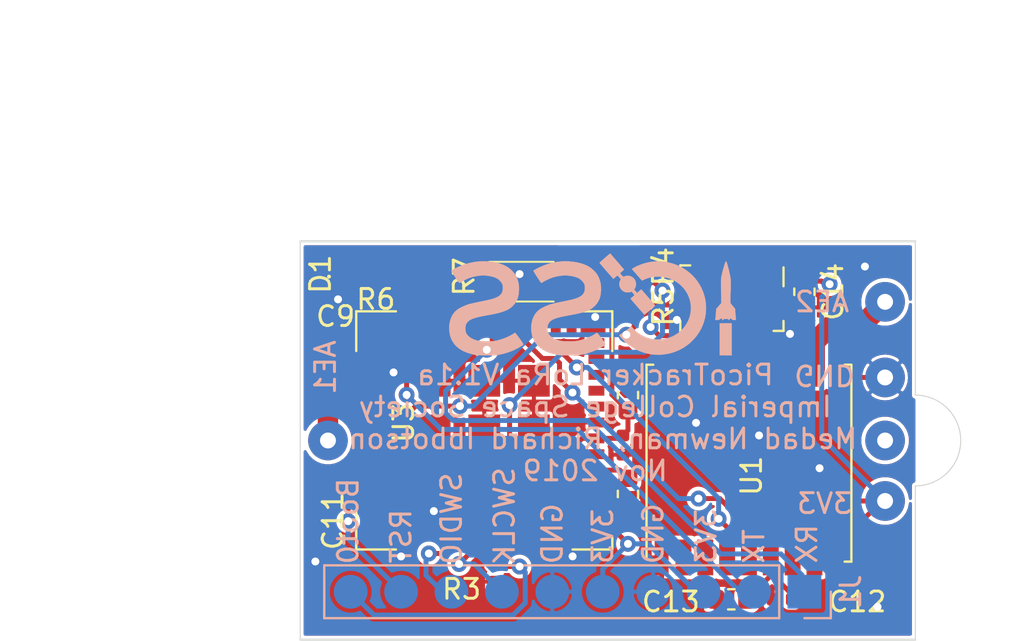
<source format=kicad_pcb>
(kicad_pcb (version 20171130) (host pcbnew "(5.1.2)-1")
  (title_block (title "PCB for Lora Pico Tracker") (date 2019-10-21) (company "Imperial College Space Society") (comment 1 "Richard Ibbotson, Medad Newman"))
  (layers (0 F.Cu signal) (31 B.Cu signal) (34 B.Paste user hide) (35 F.Paste user hide) (36 B.SilkS user) (37 F.SilkS user hide) (38 B.Mask user hide) (39 F.Mask user hide) (44 Edge.Cuts user))
  (net 0 "")
  (net 1 GND)
  (net 2 +3V3)
  (net 3 "Net-(C9-Pad1)")
  (net 4 /I2C1_SDA)
  (net 5 /I2C1_SCL)
  (net 6 "Net-(AE2-Pad1)")
  (net 7 /SWDIO)
  (net 8 /RESET)
  (net 9 /SWCLK)
  (net 10 /GPS_TIMEPULSE)
  (net 11 /GPS_EXTINT)
  (net 12 "Net-(AE1-Pad1)")
  (net 13 /V_SOLAR)
  (net 14 "Net-(D1-Pad2)")
  (net 15 /LED)
  (net 16 /SWITCH)
  (net 17 /TCXO_EN)
  (net 18 /BOOT0)
  (net 19 /USART1_RX)
  (net 20 /USART1_TX)
  (module pico_tracker:10Pad (layer B.Cu) (at 292.1 177.673 90)
    (fp_text reference J1 (at 0 2.33 270) (layer B.SilkS) (effects (justify mirror)))
    (fp_text value Conn_01x09)
    (pad 10 smd oval (at 0 -22.86 90) (size 1.7 1.7) (layers B.Cu B.Paste B.Mask) (net 18 /BOOT0))
    (pad 9 smd oval (at 0 -20.32 90) (size 1.7 1.7) (layers B.Cu B.Paste B.Mask) (net 8 /RESET))
    (pad 8 smd oval (at 0 -17.78 90) (size 1.7 1.7) (layers B.Cu B.Paste B.Mask) (net 7 /SWDIO))
    (pad 7 smd oval (at 0 -15.24 90) (size 1.7 1.7) (layers B.Cu B.Paste B.Mask) (net 9 /SWCLK))
    (pad 6 smd oval (at 0 -12.7 90) (size 1.7 1.7) (layers B.Cu B.Paste B.Mask) (net 1 GND))
    (pad 5 smd oval (at 0 -10.16 90) (size 1.7 1.7) (layers B.Cu B.Paste B.Mask) (net 2 +3V3))
    (pad 4 smd oval (at 0 -7.62 90) (size 1.7 1.7) (layers B.Cu B.Paste B.Mask) (net 1 GND))
    (pad 3 smd oval (at 0 -5.08 90) (size 1.7 1.7) (layers B.Cu B.Paste B.Mask) (net 2 +3V3))
    (pad 2 smd oval (at 0 -2.54 90) (size 1.7 1.7) (layers B.Cu B.Paste B.Mask) (net 20 /USART1_TX))
    (pad 1 smd rect (at 0 0 90) (size 1.7 1.7) (layers B.Cu B.Paste B.Mask) (net 19 /USART1_RX))
  )
  (module flight-computer:SolderWirePad_1x01_Drill0.8mm (layer F.Cu) (at 298.704 170.053)
    (fp_text reference StringHole1 hide)
    (fp_text value Unconnected)
    (pad "" np_thru_hole circle (at 0 0) (size 0.8 0.8) (drill 0.8) (layers *.Cu *.Mask))
  )
  (module RF_GPS:ublox_MAX (layer F.Cu) (at 289.306 171.196 90)
    (fp_text reference U1 (at -0.635 0.127 90) (layer F.SilkS))
    (fp_text value MAX-M8C)
    (pad 1 smd rect (at -4.75 -4.4 90) (size 1.8 0.7) (layers F.Cu F.Paste F.Mask) (net 1 GND))
    (pad 2 smd rect (at -4.75 -3.3 90) (size 1.8 0.8) (layers F.Cu F.Paste F.Mask))
    (pad 3 smd rect (at -4.75 -2.2 90) (size 1.8 0.8) (layers F.Cu F.Paste F.Mask))
    (pad 4 smd rect (at -4.75 -1.1 90) (size 1.8 0.8) (layers F.Cu F.Paste F.Mask) (net 10 /GPS_TIMEPULSE))
    (pad 5 smd rect (at -4.75 0 90) (size 1.8 0.8) (layers F.Cu F.Paste F.Mask) (net 11 /GPS_EXTINT))
    (pad 6 smd rect (at -4.75 1.1 90) (size 1.8 0.8) (layers F.Cu F.Paste F.Mask) (net 2 +3V3))
    (pad 7 smd rect (at -4.75 2.2 90) (size 1.8 0.8) (layers F.Cu F.Paste F.Mask) (net 2 +3V3))
    (pad 8 smd rect (at -4.75 3.3 90) (size 1.8 0.8) (layers F.Cu F.Paste F.Mask) (net 2 +3V3))
    (pad 9 smd rect (at -4.75 4.4 90) (size 1.8 0.7) (layers F.Cu F.Paste F.Mask) (net 2 +3V3))
    (pad 10 smd rect (at 4.75 4.4 90) (size 1.8 0.7) (layers F.Cu F.Paste F.Mask) (net 1 GND))
    (pad 11 smd rect (at 4.75 3.3 90) (size 1.8 0.8) (layers F.Cu F.Paste F.Mask) (net 6 "Net-(AE2-Pad1)"))
    (pad 12 smd rect (at 4.75 2.2 90) (size 1.8 0.8) (layers F.Cu F.Paste F.Mask) (net 1 GND))
    (pad 13 smd rect (at 4.75 1.1 90) (size 1.8 0.8) (layers F.Cu F.Paste F.Mask) (net 1 GND))
    (pad 14 smd rect (at 4.75 0 90) (size 1.8 0.8) (layers F.Cu F.Paste F.Mask))
    (pad 15 smd rect (at 4.75 -1.1 90) (size 1.8 0.8) (layers F.Cu F.Paste F.Mask))
    (pad 16 smd rect (at 4.75 -2.2 90) (size 1.8 0.8) (layers F.Cu F.Paste F.Mask) (net 4 /I2C1_SDA))
    (pad 17 smd rect (at 4.75 -3.3 90) (size 1.8 0.8) (layers F.Cu F.Paste F.Mask) (net 5 /I2C1_SCL))
    (pad 18 smd rect (at 4.75 -4.4 90) (size 1.8 0.7) (layers F.Cu F.Paste F.Mask))
  )
  (module Connector_Wire:SolderWirePad_1x01_Drill0.8mm (layer F.Cu) (at 296.164 170.053 90)
    (fp_text reference SolarCellMount1 hide)
    (fp_text value Unconnected)
    (pad 1 thru_hole circle (at 0 0 90) (size 1.99898 1.99898) (drill 0.8001) (layers *.Cu *.Mask))
  )
  (module Connector_Wire:SolderWirePad_1x01_Drill0.8mm (layer F.Cu) (at 296.164 173.101 270)
    (fp_text reference J3 hide)
    (fp_text value 3.3V)
    (pad 1 thru_hole circle (at 0 0 270) (size 1.99898 1.99898) (drill 0.8001) (layers *.Cu *.Mask) (net 2 +3V3))
  )
  (module Connector_Wire:SolderWirePad_1x01_Drill0.8mm (layer F.Cu) (at 296.164 166.878 270)
    (fp_text reference J2 hide)
    (fp_text value GND)
    (pad 1 thru_hole circle (at 0 0 270) (size 1.99898 1.99898) (drill 0.8001) (layers *.Cu *.Mask) (net 1 GND))
  )
  (module Capacitor_SMD:C_0603_1608Metric (layer F.Cu) (at 288.417 178.054 180)
    (fp_text reference C13 (at 3.048 -0.127) (layer F.SilkS))
    (fp_text value 10uF)
    (pad 1 smd roundrect (at -0.7875 0 180) (size 0.875 0.95) (layers F.Cu F.Paste F.Mask) (net 2 +3V3))
    (pad 2 smd roundrect (at 0.7875 0 180) (size 0.875 0.95) (layers F.Cu F.Paste F.Mask) (net 1 GND))
  )
  (module Capacitor_SMD:C_0603_1608Metric (layer F.Cu) (at 292.1 162.56 270)
    (fp_text reference C14 (at 0 -1.43 90) (layer F.SilkS))
    (fp_text value 220nF)
    (pad 1 smd roundrect (at -0.7875 0 270) (size 0.875 0.95) (layers F.Cu F.Paste F.Mask) (net 2 +3V3))
    (pad 2 smd roundrect (at 0.7875 0 270) (size 0.875 0.95) (layers F.Cu F.Paste F.Mask) (net 1 GND))
  )
  (module Capacitor_SMD:C_0402_1005Metric (layer F.Cu) (at 290.98 178.054 180)
    (fp_text reference C12 (at -3.787 -0.127 180) (layer F.SilkS))
    (fp_text value 100nF)
    (pad 2 smd roundrect (at 0.485 0 180) (size 0.59 0.64) (layers F.Cu F.Paste F.Mask) (net 1 GND))
    (pad 1 smd roundrect (at -0.485 0 180) (size 0.59 0.64) (layers F.Cu F.Paste F.Mask) (net 2 +3V3))
  )
  (module Connector_Wire:SolderWirePad_1x01_Drill0.8mm (layer F.Cu) (at 296.164 163.068 90)
    (fp_text reference AE2 (at 0 -3.175) (layer B.SilkS) (effects (justify mirror)))
    (fp_text value "GPS Antenna")
    (pad 1 thru_hole circle (at 0 0 90) (size 1.99898 1.99898) (drill 0.8001) (layers *.Cu *.Mask) (net 6 "Net-(AE2-Pad1)"))
  )
  (module Package_LGA:LGA-8_3x5mm_P1.25mm (layer F.Cu) (at 288.447 162.882 270)
    (fp_text reference U6 hide)
    (fp_text value MS5607-02BA)
    (pad 4 smd rect (at -1.075 1.875 270) (size 0.95 0.55) (layers F.Cu F.Paste F.Mask) (net 1 GND))
    (pad 1 smd rect (at -1.075 -1.875 270) (size 0.95 0.55) (layers F.Cu F.Paste F.Mask) (net 2 +3V3))
    (pad 2 smd rect (at -1.075 -0.625 270) (size 0.95 0.55) (layers F.Cu F.Paste F.Mask) (net 2 +3V3))
    (pad 3 smd rect (at -1.075 0.625 270) (size 0.95 0.55) (layers F.Cu F.Paste F.Mask) (net 1 GND))
    (pad 8 smd rect (at 1.075 -1.875 270) (size 0.95 0.55) (layers F.Cu F.Paste F.Mask) (net 5 /I2C1_SCL))
    (pad 7 smd rect (at 1.075 -0.625 270) (size 0.95 0.55) (layers F.Cu F.Paste F.Mask) (net 4 /I2C1_SDA))
    (pad 6 smd rect (at 1.075 0.625 270) (size 0.95 0.55) (layers F.Cu F.Paste F.Mask))
    (pad 5 smd rect (at 1.075 1.875 270) (size 0.95 0.55) (layers F.Cu F.Paste F.Mask) (net 1 GND))
  )
  (module Capacitor_SMD:C_0603_1608Metric (layer F.Cu) (at 283.21 172.7455 270)
    (fp_text reference C10 hide)
    (fp_text value 10uF)
    (pad 2 smd roundrect (at 0.7875 0 270) (size 0.875 0.95) (layers F.Cu F.Paste F.Mask) (net 1 GND))
    (pad 1 smd roundrect (at -0.7875 0 270) (size 0.875 0.95) (layers F.Cu F.Paste F.Mask) (net 2 +3V3))
  )
  (module Capacitor_SMD:C_0603_1608Metric (layer F.Cu) (at 283.21 167.767 90)
    (fp_text reference C7 hide)
    (fp_text value 1uF)
    (pad 2 smd roundrect (at 0.7875 0 90) (size 0.875 0.95) (layers F.Cu F.Paste F.Mask) (net 1 GND))
    (pad 1 smd roundrect (at -0.7875 0 90) (size 0.875 0.95) (layers F.Cu F.Paste F.Mask) (net 2 +3V3))
  )
  (module Capacitor_SMD:C_0402_1005Metric (layer F.Cu) (at 282.956 170.284 270)
    (fp_text reference C5 hide)
    (fp_text value 100nF)
    (pad 2 smd roundrect (at 0.485 0 270) (size 0.59 0.64) (layers F.Cu F.Paste F.Mask) (net 1 GND))
    (pad 1 smd roundrect (at -0.485 0 270) (size 0.59 0.64) (layers F.Cu F.Paste F.Mask) (net 2 +3V3))
  )
  (module LED_SMD:LED_0402_1005Metric (layer F.Cu) (at 269.24 161.798)
    (fp_text reference D1 (at -1.524 -0.127 90) (layer F.SilkS))
    (fp_text value LED)
    (pad 2 smd roundrect (at 0.485 0) (size 0.59 0.64) (layers F.Cu F.Paste F.Mask) (net 14 "Net-(D1-Pad2)"))
    (pad 1 smd roundrect (at -0.485 0) (size 0.59 0.64) (layers F.Cu F.Paste F.Mask) (net 1 GND))
  )
  (module Resistor_SMD:R_0402_1005Metric (layer F.Cu) (at 271.272 161.798)
    (fp_text reference R6 (at -0.762 1.143) (layer F.SilkS))
    (fp_text value R)
    (pad 2 smd roundrect (at 0.485 0) (size 0.59 0.64) (layers F.Cu F.Paste F.Mask) (net 15 /LED))
    (pad 1 smd roundrect (at -0.485 0) (size 0.59 0.64) (layers F.Cu F.Paste F.Mask) (net 14 "Net-(D1-Pad2)"))
  )
  (module Capacitor_SMD:C_0402_1005Metric (layer F.Cu) (at 268.478 172.339 180)
    (fp_text reference C1 hide)
    (fp_text value 100nF)
    (pad 2 smd roundrect (at 0.485 0 180) (size 0.59 0.64) (layers F.Cu F.Paste F.Mask) (net 1 GND))
    (pad 1 smd roundrect (at -0.485 0 180) (size 0.59 0.64) (layers F.Cu F.Paste F.Mask) (net 8 /RESET))
  )
  (module Capacitor_SMD:C_0402_1005Metric (layer F.Cu) (at 268.478 164.973)
    (fp_text reference C9 (at 0 -1.17) (layer F.SilkS))
    (fp_text value NF)
    (pad 1 smd roundrect (at -0.485 0) (size 0.59 0.64) (layers F.Cu F.Paste F.Mask) (net 3 "Net-(C9-Pad1)"))
    (pad 2 smd roundrect (at 0.485 0) (size 0.59 0.64) (layers F.Cu F.Paste F.Mask) (net 1 GND))
  )
  (module flight-computer:ICSS_Logo (layer B.Cu) (at 281.432 163.195 180)
    (fp_text reference J4 hide)
    (fp_text value "ICSS Logo" hide)
  )
  (module Connector_Wire:SolderWirePad_1x01_Drill0.8mm (layer F.Cu) (at 266.319 169.164)
    (fp_text reference AE1 (at 1.651 -2.794 90) (layer B.SilkS) (effects (justify mirror)))
    (fp_text value "Lora Antenna")
    (pad 1 thru_hole circle (at 1.778 0.889) (size 1.99898 1.99898) (drill 0.8001) (layers *.Cu *.Mask) (net 12 "Net-(AE1-Pad1)"))
  )
  (module flight-computer:EVPAWCD4A (layer F.Cu) (at 277.368 162.052 180)
    (fp_text reference SW1 hide)
    (fp_text value SW_Push hide)
    (pad 2 smd rect (at -2.1 0 180) (size 0.55 1.5) (layers F.Cu F.Paste F.Mask) (net 2 +3V3))
    (pad 1 smd rect (at 1.15 0 180) (size 0.55 1.5) (layers F.Cu F.Paste F.Mask) (net 16 /SWITCH))
  )
  (module Resistor_SMD:R_0402_1005Metric (layer F.Cu) (at 273.304 161.798 180)
    (fp_text reference R7 (at -1.651 0 90) (layer F.SilkS))
    (fp_text value 100K)
    (pad 2 smd roundrect (at 0.485 0 180) (size 0.59 0.64) (layers F.Cu F.Paste F.Mask) (net 1 GND))
    (pad 1 smd roundrect (at -0.485 0 180) (size 0.59 0.64) (layers F.Cu F.Paste F.Mask) (net 16 /SWITCH))
  )
  (module RF_Module:CMWX1ZZABZ (layer F.Cu) (at 275.971 169.545 180)
    (fp_text reference U3 (at 4.064 0.381 90) (layer F.SilkS))
    (fp_text value CMWX1ZZABZ-078)
    (pad 38 smd rect (at 3.6 -5.2 270) (size 0.8 0.5) (layers F.Cu F.Paste F.Mask))
    (pad 26 smd rect (at 5.65 3.6 180) (size 0.8 0.5) (layers F.Cu F.Paste F.Mask) (net 3 "Net-(C9-Pad1)"))
    (pad 25 smd rect (at 5.65 4.4 180) (size 0.8 0.5) (layers F.Cu F.Paste F.Mask) (net 1 GND))
    (pad 24 smd rect (at 4.4 5.2 90) (size 0.8 0.5) (layers F.Cu F.Paste F.Mask) (net 15 /LED))
    (pad 23 smd rect (at 3.6 5.2 90) (size 0.8 0.5) (layers F.Cu F.Paste F.Mask) (net 16 /SWITCH))
    (pad 22 smd rect (at 2.8 5.2 90) (size 0.8 0.5) (layers F.Cu F.Paste F.Mask))
    (pad 21 smd rect (at 2 5.2 90) (size 0.8 0.5) (layers F.Cu F.Paste F.Mask) (net 13 /V_SOLAR))
    (pad 20 smd rect (at 1.2 5.2 90) (size 0.8 0.5) (layers F.Cu F.Paste F.Mask))
    (pad 19 smd rect (at 0.4 5.2 270) (size 0.8 0.5) (layers F.Cu F.Paste F.Mask) (net 20 /USART1_TX))
    (pad 18 smd rect (at -0.4 5.2 270) (size 0.8 0.5) (layers F.Cu F.Paste F.Mask) (net 19 /USART1_RX))
    (pad 17 smd rect (at -1.2 5.2 270) (size 0.8 0.5) (layers F.Cu F.Paste F.Mask))
    (pad 16 smd rect (at -2 5.2 270) (size 0.8 0.5) (layers F.Cu F.Paste F.Mask) (net 11 /GPS_EXTINT))
    (pad 15 smd rect (at -2.8 5.2 270) (size 0.8 0.5) (layers F.Cu F.Paste F.Mask) (net 10 /GPS_TIMEPULSE))
    (pad 14 smd rect (at -3.6 5.2 270) (size 0.8 0.5) (layers F.Cu F.Paste F.Mask))
    (pad 13 smd rect (at -4.4 5.2 270) (size 0.8 0.5) (layers F.Cu F.Paste F.Mask))
    (pad 12 smd rect (at -5.65 4.4 180) (size 0.8 0.5) (layers F.Cu F.Paste F.Mask))
    (pad 41 smd rect (at 1.2 -5.2 270) (size 0.8 0.5) (layers F.Cu F.Paste F.Mask) (net 7 /SWDIO))
    (pad 40 smd rect (at 2 -5.2 270) (size 0.8 0.5) (layers F.Cu F.Paste F.Mask))
    (pad 39 smd rect (at 2.8 -5.2 270) (size 0.8 0.5) (layers F.Cu F.Paste F.Mask))
    (pad 37 smd rect (at 4.4 -5.2 270) (size 0.8 0.5) (layers F.Cu F.Paste F.Mask))
    (pad 36 smd rect (at 5.65 -4.4 180) (size 0.8 0.5) (layers F.Cu F.Paste F.Mask) (net 4 /I2C1_SDA))
    (pad 35 smd rect (at 5.65 -3.6 180) (size 0.8 0.5) (layers F.Cu F.Paste F.Mask) (net 5 /I2C1_SCL))
    (pad 34 smd rect (at 5.65 -2.8 180) (size 0.8 0.5) (layers F.Cu F.Paste F.Mask) (net 8 /RESET))
    (pad 33 smd rect (at 5.65 -2 180) (size 0.8 0.5) (layers F.Cu F.Paste F.Mask))
    (pad 32 smd rect (at 5.65 -1.2 180) (size 0.8 0.5) (layers F.Cu F.Paste F.Mask))
    (pad 31 smd rect (at 5.65 -0.4 180) (size 0.8 0.5) (layers F.Cu F.Paste F.Mask))
    (pad 30 smd rect (at 5.65 0.4 180) (size 0.8 0.5) (layers F.Cu F.Paste F.Mask))
    (pad 29 smd rect (at 5.65 1.2 180) (size 0.8 0.5) (layers F.Cu F.Paste F.Mask))
    (pad 28 smd rect (at 5.65 2 180) (size 0.8 0.5) (layers F.Cu F.Paste F.Mask))
    (pad 27 smd rect (at 5.65 2.8 180) (size 0.8 0.5) (layers F.Cu F.Paste F.Mask) (net 1 GND))
    (pad 11 smd rect (at -5.65 3.6 180) (size 0.8 0.5) (layers F.Cu F.Paste F.Mask))
    (pad 10 smd rect (at -5.65 2.8 180) (size 0.8 0.5) (layers F.Cu F.Paste F.Mask))
    (pad 9 smd rect (at -5.65 2 180) (size 0.8 0.5) (layers F.Cu F.Paste F.Mask))
    (pad 8 smd rect (at -5.65 1.2 180) (size 0.8 0.5) (layers F.Cu F.Paste F.Mask))
    (pad 7 smd rect (at -5.65 0.4 180) (size 0.8 0.5) (layers F.Cu F.Paste F.Mask) (net 1 GND))
    (pad 6 smd rect (at -5.65 -0.4 180) (size 0.8 0.5) (layers F.Cu F.Paste F.Mask) (net 2 +3V3))
    (pad 5 smd rect (at -5.65 -1.2 180) (size 0.8 0.5) (layers F.Cu F.Paste F.Mask) (net 2 +3V3))
    (pad 4 smd rect (at -5.65 -2 180) (size 0.8 0.5) (layers F.Cu F.Paste F.Mask) (net 2 +3V3))
    (pad 3 smd rect (at -5.65 -2.8 180) (size 0.8 0.5) (layers F.Cu F.Paste F.Mask) (net 1 GND))
    (pad 2 smd rect (at -5.65 -3.6 180) (size 0.8 0.5) (layers F.Cu F.Paste F.Mask))
    (pad 1 smd rect (at -5.65 -4.4 180) (size 0.8 0.5) (layers F.Cu F.Paste F.Mask) (net 17 /TCXO_EN))
    (pad 42 smd rect (at 0.4 -5.2 270) (size 0.8 0.5) (layers F.Cu F.Paste F.Mask) (net 9 /SWCLK))
    (pad 43 smd rect (at -0.4 -5.2 270) (size 0.8 0.5) (layers F.Cu F.Paste F.Mask) (net 18 /BOOT0))
    (pad 44 smd rect (at -1.2 -5.2 270) (size 0.8 0.5) (layers F.Cu F.Paste F.Mask) (net 1 GND))
    (pad 45 smd rect (at -2 -5.2 270) (size 0.8 0.5) (layers F.Cu F.Paste F.Mask))
    (pad 46 smd rect (at -2.8 -5.2 270) (size 0.8 0.5) (layers F.Cu F.Paste F.Mask))
    (pad 47 smd rect (at -3.6 -5.2 270) (size 0.8 0.5) (layers F.Cu F.Paste F.Mask))
    (pad 48 smd rect (at -4.4 -5.2 270) (size 0.8 0.5) (layers F.Cu F.Paste F.Mask) (net 17 /TCXO_EN))
    (pad 49 smd rect (at -2.5 -2.5 270) (size 1.6 1.6) (layers F.Cu F.Paste F.Mask) (net 1 GND))
    (pad 50 smd rect (at 0 -2.5 270) (size 1.6 1.6) (layers F.Cu F.Paste F.Mask) (net 1 GND))
    (pad 51 smd rect (at 2.5 -2.5 270) (size 1.6 1.6) (layers F.Cu F.Paste F.Mask) (net 1 GND))
    (pad 52 smd rect (at -2.5 0 270) (size 1.6 1.6) (layers F.Cu F.Paste F.Mask) (net 1 GND))
    (pad 53 smd rect (at 0 0 270) (size 1.6 1.6) (layers F.Cu F.Paste F.Mask) (net 1 GND))
    (pad 54 smd rect (at 2.5 0 270) (size 1.6 1.6) (layers F.Cu F.Paste F.Mask) (net 1 GND))
    (pad 55 smd rect (at -2.5 2.5 270) (size 1.6 1.6) (layers F.Cu F.Paste F.Mask) (net 1 GND))
    (pad 56 smd rect (at 0 2.5 270) (size 1.6 1.6) (layers F.Cu F.Paste F.Mask) (net 1 GND))
    (pad 57 smd rect (at 2.5 2.5 270) (size 1.6 1.6) (layers F.Cu F.Paste F.Mask) (net 1 GND))
  )
  (module Resistor_SMD:R_0402_1005Metric (layer F.Cu) (at 281.328 162.814)
    (fp_text reference R2 hide)
    (fp_text value 100K)
    (pad 2 smd roundrect (at 0.485 0) (size 0.59 0.64) (layers F.Cu F.Paste F.Mask) (net 1 GND))
    (pad 1 smd roundrect (at -0.485 0) (size 0.59 0.64) (layers F.Cu F.Paste F.Mask) (net 13 /V_SOLAR))
  )
  (module Resistor_SMD:R_0402_1005Metric (layer F.Cu) (at 281.305 161.163 180)
    (fp_text reference R1 hide)
    (fp_text value 100K)
    (pad 2 smd roundrect (at 0.485 0 180) (size 0.59 0.64) (layers F.Cu F.Paste F.Mask) (net 13 /V_SOLAR))
    (pad 1 smd roundrect (at -0.485 0 180) (size 0.59 0.64) (layers F.Cu F.Paste F.Mask) (net 2 +3V3))
  )
  (module Resistor_SMD:R_0402_1005Metric (layer F.Cu) (at 283.233 162.814)
    (fp_text reference R5 (at 1.755 0.508 90) (layer F.SilkS))
    (fp_text value 4.7K)
    (pad 2 smd roundrect (at 0.485 0) (size 0.59 0.64) (layers F.Cu F.Paste F.Mask) (net 5 /I2C1_SCL))
    (pad 1 smd roundrect (at -0.485 0) (size 0.59 0.64) (layers F.Cu F.Paste F.Mask) (net 2 +3V3))
  )
  (module Resistor_SMD:R_0402_1005Metric (layer F.Cu) (at 283.21 161.163 180)
    (fp_text reference R4 (at -1.778 -0.127 270) (layer F.SilkS))
    (fp_text value 4.7K)
    (pad 2 smd roundrect (at 0.485 0 180) (size 0.59 0.64) (layers F.Cu F.Paste F.Mask) (net 4 /I2C1_SDA))
    (pad 1 smd roundrect (at -0.485 0 180) (size 0.59 0.64) (layers F.Cu F.Paste F.Mask) (net 2 +3V3))
  )
  (module Capacitor_SMD:C_0402_1005Metric (layer F.Cu) (at 268.501 168.021)
    (fp_text reference C11 (at -0.15 6.096 270) (layer F.SilkS))
    (fp_text value NF)
    (pad 1 smd roundrect (at -0.485 0) (size 0.59 0.64) (layers F.Cu F.Paste F.Mask) (net 12 "Net-(AE1-Pad1)"))
    (pad 2 smd roundrect (at 0.485 0) (size 0.59 0.64) (layers F.Cu F.Paste F.Mask) (net 1 GND))
  )
  (module Capacitor_SMD:C_0402_1005Metric (layer F.Cu) (at 267.97 166.497 90)
    (fp_text reference L1 hide)
    (fp_text value NF)
    (pad 2 smd roundrect (at 0.485 0 90) (size 0.59 0.64) (layers F.Cu F.Paste F.Mask) (net 3 "Net-(C9-Pad1)"))
    (pad 1 smd roundrect (at -0.485 0 90) (size 0.59 0.64) (layers F.Cu F.Paste F.Mask) (net 12 "Net-(AE1-Pad1)"))
  )
  (module Resistor_SMD:R_0402_1005Metric (layer F.Cu) (at 276.479 176.68 270)
    (fp_text reference R3 (at 0.866 1.651 180) (layer F.SilkS))
    (fp_text value 10K)
    (pad 1 smd roundrect (at -0.485 0 270) (size 0.59 0.64) (layers F.Cu F.Paste F.Mask) (net 18 /BOOT0))
    (pad 2 smd roundrect (at 0.485 0 270) (size 0.59 0.64) (layers F.Cu F.Paste F.Mask) (net 1 GND))
  )
  (gr_text GND (at 293.116 166.751 180) (layer B.SilkS) (effects (font (size 1 1)) (justify mirror)))
  (gr_text 3V3 (at 293.116 173.228) (layer B.SilkS) (effects (font (size 1 1)) (justify mirror)))
  (gr_text "RX\n" (at 292.227 175.26 90) (layer B.SilkS) (effects (font (size 1 1)) (justify mirror)))
  (gr_text TX (at 289.56 175.387 90) (layer B.SilkS) (effects (font (size 1 1)) (justify mirror)))
  (gr_text 3V3 (at 287.147 174.879 90) (layer B.SilkS) (effects (font (size 1 1)) (justify mirror)))
  (gr_text GND (at 284.48 174.752 90) (layer B.SilkS) (effects (font (size 1 1)) (justify mirror)))
  (gr_text 3V3 (at 281.94 174.879 90) (layer B.SilkS) (effects (font (size 1 1)) (justify mirror)))
  (gr_text GND (at 279.4 174.752 90) (layer B.SilkS) (effects (font (size 1 1)) (justify mirror)))
  (gr_text SWCLK (at 276.987 173.863 90) (layer B.SilkS) (effects (font (size 1 1)) (justify mirror)))
  (gr_text SWDIO (at 274.32 173.99 90) (layer B.SilkS) (effects (font (size 1 1)) (justify mirror)))
  (gr_text RST (at 271.78 174.879 90) (layer B.SilkS) (effects (font (size 1 1)) (justify mirror)))
  (gr_text Boot0 (at 269.113 174.117 90) (layer B.SilkS) (effects (font (size 1 1)) (justify mirror)))
  (gr_text "PicoTracker LoRa V1.1a\nImperial College Space Society\nMedad Newman, Richard Ibbotson \nNov 2019" (at 281.559 169.164) (layer B.SilkS) (effects (font (size 1 1)) (justify mirror)))
  (gr_line (start 266.7 172.085) (end 266.7 166.37) (layer Edge.Cuts) (width 0.05))
  (gr_line (start 266.7 160.02) (end 266.7 166.37) (layer Edge.Cuts) (width 0.05))
  (gr_line (start 266.7 180.086) (end 266.7 172.085) (layer Edge.Cuts) (width 0.05))
  (gr_line (start 297.688 160.02) (end 297.688 167.767) (layer Edge.Cuts) (width 0.05))
  (gr_arc (start 297.688 170.053) (end 297.688 172.339) (angle -180) (layer Edge.Cuts) (width 0.05))
  (gr_line (start 297.688 180.086) (end 297.688 172.339) (layer Edge.Cuts) (width 0.05))
  (gr_line (start 297.688 180.086) (end 266.7 180.086) (layer Edge.Cuts) (width 0.1))
  (gr_line (start 266.7 160.02) (end 297.688 160.02) (layer Edge.Cuts) (width 0.1))
  (segment (start 291.372999 167.606001) (end 291.437999 167.671001) (width 0.25) (layer F.Cu) (net 1))
  (segment (start 291.437999 167.671001) (end 293.957507 167.671001) (width 0.25) (layer F.Cu) (net 1))
  (segment (start 293.957507 167.671001) (end 294.750508 166.878) (width 0.25) (layer F.Cu) (net 1))
  (segment (start 294.750508 166.878) (end 296.164 166.878) (width 0.25) (layer F.Cu) (net 1))
  (segment (start 292.1 163.6015) (end 291.372999 164.328501) (width 0.25) (layer F.Cu) (net 1))
  (segment (start 291.372999 164.328501) (end 291.372999 164.684001) (width 0.25) (layer F.Cu) (net 1))
  (segment (start 284.906 177.096) (end 284.906 175.946) (width 0.25) (layer F.Cu) (net 1))
  (segment (start 285.864 178.054) (end 284.906 177.096) (width 0.25) (layer F.Cu) (net 1))
  (segment (start 287.6295 178.054) (end 285.864 178.054) (width 0.25) (layer F.Cu) (net 1))
  (via (at 281.559 163.83) (size 0.8) (drill 0.4) (layers F.Cu B.Cu) (net 1))
  (segment (start 281.813 162.814) (end 281.813 163.576) (width 0.25) (layer F.Cu) (net 1))
  (segment (start 281.813 163.576) (end 281.559 163.83) (width 0.25) (layer F.Cu) (net 1))
  (via (at 285.673623 163.979132) (size 0.8) (drill 0.4) (layers F.Cu B.Cu) (net 1))
  (segment (start 286.572 163.957) (end 285.695755 163.957) (width 0.25) (layer F.Cu) (net 1))
  (segment (start 285.695755 163.957) (end 285.673623 163.979132) (width 0.25) (layer F.Cu) (net 1))
  (via (at 268.605 162.941) (size 0.8) (drill 0.4) (layers F.Cu B.Cu) (net 1))
  (via (at 277.749 161.671) (size 0.8) (drill 0.4) (layers F.Cu B.Cu) (net 1))
  (via (at 289.814 169.799) (size 0.8) (drill 0.4) (layers F.Cu B.Cu) (net 1))
  (segment (start 291.372999 164.684001) (end 291.372999 167.606001) (width 0.25) (layer F.Cu) (net 1))
  (via (at 291.372999 164.684001) (size 0.8) (drill 0.4) (layers F.Cu B.Cu) (net 1))
  (via (at 267.462 176.149) (size 0.8) (drill 0.4) (layers F.Cu B.Cu) (net 1))
  (via (at 295.148 161.29) (size 0.8) (drill 0.4) (layers F.Cu B.Cu) (net 1))
  (via (at 292.862 171.45) (size 0.8) (drill 0.4) (layers F.Cu B.Cu) (net 1))
  (via (at 286.639 169.164) (size 0.8) (drill 0.4) (layers F.Cu B.Cu) (net 1))
  (via (at 271.401748 166.622897) (size 0.8) (drill 0.4) (layers F.Cu B.Cu) (net 1))
  (via (at 280.42066 175.89034) (size 0.8) (drill 0.4) (layers F.Cu B.Cu) (net 1))
  (via (at 271.78 175.895) (size 0.8) (drill 0.4) (layers F.Cu B.Cu) (net 1))
  (via (at 273.431 173.609) (size 0.8) (drill 0.4) (layers F.Cu B.Cu) (net 1))
  (via (at 295.783 178.435) (size 0.8) (drill 0.4) (layers F.Cu B.Cu) (net 1))
  (segment (start 289.2017 160.782) (end 289.814 160.782) (width 0.2933) (layer F.Cu) (net 2))
  (segment (start 291.465 178.054) (end 291.465 177.8) (width 0.25) (layer F.Cu) (net 2))
  (segment (start 291.465 177.8) (end 290.406 176.741) (width 0.25) (layer F.Cu) (net 2))
  (segment (start 290.406 176.741) (end 290.406 175.946) (width 0.25) (layer F.Cu) (net 2))
  (segment (start 293.706 175.946) (end 293.706 175.396) (width 0.25) (layer F.Cu) (net 2))
  (segment (start 294.750508 173.101) (end 296.164 173.101) (width 0.25) (layer F.Cu) (net 2))
  (segment (start 292.606 174.796) (end 294.301 173.101) (width 0.25) (layer F.Cu) (net 2))
  (segment (start 294.301 173.101) (end 294.750508 173.101) (width 0.25) (layer F.Cu) (net 2))
  (segment (start 290.406 174.796) (end 292.101 173.101) (width 0.25) (layer F.Cu) (net 2))
  (segment (start 290.406 175.946) (end 290.406 174.796) (width 0.25) (layer F.Cu) (net 2))
  (segment (start 291.506 175.946) (end 291.506 174.796) (width 0.25) (layer F.Cu) (net 2))
  (segment (start 291.506 174.796) (end 293.201 173.101) (width 0.25) (layer F.Cu) (net 2))
  (segment (start 293.201 173.101) (end 293.624 173.101) (width 0.25) (layer F.Cu) (net 2))
  (segment (start 290.322 161.163) (end 290.322 161.807) (width 0.2933) (layer F.Cu) (net 2))
  (segment (start 289.072 161.807) (end 289.072 161.0387) (width 0.2933) (layer F.Cu) (net 2))
  (segment (start 289.941 160.782) (end 290.322 161.163) (width 0.2933) (layer F.Cu) (net 2))
  (segment (start 291.8805 161.807) (end 292.1 162.0265) (width 0.2933) (layer F.Cu) (net 2))
  (segment (start 289.072 161.0387) (end 289.3287 160.782) (width 0.2933) (layer F.Cu) (net 2))
  (segment (start 290.322 161.807) (end 291.8805 161.807) (width 0.2933) (layer F.Cu) (net 2))
  (segment (start 292.9635 162.0265) (end 293.37 162.433) (width 0.25) (layer F.Cu) (net 2))
  (segment (start 295.656 173.609) (end 296.164 173.101) (width 0.25) (layer F.Cu) (net 2))
  (segment (start 292.970001 169.907001) (end 296.164 173.101) (width 0.25) (layer B.Cu) (net 2))
  (segment (start 293.37 162.433) (end 292.970001 162.832999) (width 0.25) (layer B.Cu) (net 2))
  (segment (start 292.970001 162.832999) (end 292.970001 169.907001) (width 0.25) (layer B.Cu) (net 2))
  (segment (start 292.1 162.0265) (end 292.9635 162.0265) (width 0.25) (layer F.Cu) (net 2))
  (via (at 293.37 162.179) (size 0.8) (drill 0.4) (layers F.Cu B.Cu) (net 2))
  (segment (start 289.2045 178.054) (end 290.406 176.8525) (width 0.25) (layer F.Cu) (net 2))
  (segment (start 293.706 175.396) (end 296.001 173.101) (width 0.25) (layer F.Cu) (net 2))
  (segment (start 296.001 173.101) (end 296.164 173.101) (width 0.25) (layer F.Cu) (net 2))
  (segment (start 290.406 176.8525) (end 290.406 175.946) (width 0.25) (layer F.Cu) (net 2))
  (segment (start 293.624 173.101) (end 294.750508 173.101) (width 0.25) (layer F.Cu) (net 2))
  (segment (start 292.101 173.101) (end 293.624 173.101) (width 0.25) (layer F.Cu) (net 2))
  (segment (start 292.606 175.946) (end 292.606 174.796) (width 0.25) (layer F.Cu) (net 2))
  (segment (start 282.797 171.545) (end 283.21 171.958) (width 0.25) (layer F.Cu) (net 2))
  (segment (start 281.621 171.545) (end 282.797 171.545) (width 0.25) (layer F.Cu) (net 2))
  (segment (start 282.81 169.945) (end 282.956 169.799) (width 0.25) (layer F.Cu) (net 2))
  (segment (start 281.621 169.945) (end 282.81 169.945) (width 0.25) (layer F.Cu) (net 2))
  (segment (start 283.21 169.545) (end 282.956 169.799) (width 0.25) (layer F.Cu) (net 2))
  (segment (start 283.21 168.5545) (end 283.21 169.545) (width 0.25) (layer F.Cu) (net 2))
  (segment (start 280.905 169.945) (end 281.621 169.945) (width 0.25) (layer F.Cu) (net 2))
  (segment (start 280.613 170.237) (end 280.905 169.945) (width 0.25) (layer F.Cu) (net 2))
  (segment (start 281.621 170.745) (end 280.613 170.745) (width 0.25) (layer F.Cu) (net 2))
  (segment (start 280.613 170.745) (end 280.613 170.237) (width 0.25) (layer F.Cu) (net 2))
  (segment (start 281.146 171.545) (end 281.621 171.545) (width 0.25) (layer F.Cu) (net 2))
  (segment (start 280.613 170.745) (end 280.613 171.012) (width 0.25) (layer F.Cu) (net 2))
  (segment (start 280.613 171.012) (end 281.146 171.545) (width 0.25) (layer F.Cu) (net 2))
  (via (at 283.21 175.26) (size 0.8) (drill 0.4) (layers F.Cu B.Cu) (net 2))
  (segment (start 282.40999 174.45999) (end 283.21 175.26) (width 0.25) (layer F.Cu) (net 2))
  (segment (start 283.21 171.958) (end 282.40999 172.75801) (width 0.25) (layer F.Cu) (net 2))
  (segment (start 282.40999 172.75801) (end 282.40999 174.45999) (width 0.25) (layer F.Cu) (net 2))
  (segment (start 281.94 176.53) (end 281.94 177.673) (width 0.25) (layer B.Cu) (net 2))
  (segment (start 283.21 175.26) (end 281.94 176.53) (width 0.25) (layer B.Cu) (net 2))
  (segment (start 281.79 160.743) (end 281.79 161.163) (width 0.25) (layer F.Cu) (net 2))
  (segment (start 281.56499 160.51799) (end 281.79 160.743) (width 0.25) (layer F.Cu) (net 2))
  (segment (start 280.00201 160.51799) (end 281.56499 160.51799) (width 0.25) (layer F.Cu) (net 2))
  (segment (start 279.468 161.052) (end 280.00201 160.51799) (width 0.25) (layer F.Cu) (net 2))
  (segment (start 279.468 162.052) (end 279.468 161.052) (width 0.25) (layer F.Cu) (net 2))
  (segment (start 284.752002 161.251) (end 286.108003 162.607001) (width 0.25) (layer F.Cu) (net 2))
  (segment (start 283.695 161.251) (end 284.752002 161.251) (width 0.25) (layer F.Cu) (net 2))
  (segment (start 286.108003 162.607001) (end 288.471999 162.607001) (width 0.25) (layer F.Cu) (net 2))
  (segment (start 288.471999 162.607001) (end 289.072 162.007) (width 0.25) (layer F.Cu) (net 2))
  (segment (start 289.072 162.007) (end 289.072 161.807) (width 0.25) (layer F.Cu) (net 2))
  (segment (start 282.702 162.768) (end 282.748 162.814) (width 0.25) (layer F.Cu) (net 2))
  (segment (start 282.702 162.179) (end 282.702 162.768) (width 0.25) (layer F.Cu) (net 2))
  (segment (start 281.79 161.267) (end 282.702 162.179) (width 0.25) (layer F.Cu) (net 2))
  (segment (start 281.79 161.163) (end 281.79 161.267) (width 0.25) (layer F.Cu) (net 2))
  (segment (start 283.695 160.743) (end 283.695 161.163) (width 0.25) (layer F.Cu) (net 2))
  (segment (start 283.46999 160.51799) (end 283.695 160.743) (width 0.25) (layer F.Cu) (net 2))
  (segment (start 282.381778 160.51799) (end 283.46999 160.51799) (width 0.25) (layer F.Cu) (net 2))
  (segment (start 282.10499 160.794778) (end 282.381778 160.51799) (width 0.25) (layer F.Cu) (net 2))
  (segment (start 282.10499 160.99801) (end 282.10499 160.794778) (width 0.25) (layer F.Cu) (net 2))
  (segment (start 281.94 161.163) (end 282.10499 160.99801) (width 0.25) (layer F.Cu) (net 2))
  (segment (start 281.79 161.163) (end 281.94 161.163) (width 0.25) (layer F.Cu) (net 2))
  (segment (start 283.21 168.5545) (end 282.400464 167.744964) (width 0.25) (layer F.Cu) (net 2))
  (segment (start 282.400464 163.161536) (end 282.748 162.814) (width 0.25) (layer F.Cu) (net 2))
  (segment (start 282.400464 167.744964) (end 282.400464 163.161536) (width 0.25) (layer F.Cu) (net 2))
  (segment (start 284.226 175.26) (end 283.21 175.26) (width 0.25) (layer B.Cu) (net 2))
  (segment (start 286.893 177.927) (end 284.226 175.26) (width 0.25) (layer B.Cu) (net 2))
  (segment (start 267.993 165.989) (end 267.97 166.012) (width 0.5) (layer F.Cu) (net 3))
  (segment (start 267.993 164.973) (end 267.993 165.989) (width 0.5) (layer F.Cu) (net 3))
  (segment (start 268.037 165.945) (end 267.97 166.012) (width 0.5) (layer F.Cu) (net 3))
  (segment (start 270.321 165.945) (end 268.037 165.945) (width 0.5) (layer F.Cu) (net 3))
  (segment (start 289.072 164.157) (end 289.072 163.957) (width 0.25) (layer F.Cu) (net 4))
  (segment (start 288.471999 164.757001) (end 289.072 164.157) (width 0.25) (layer F.Cu) (net 4))
  (segment (start 287.644999 164.757001) (end 288.471999 164.757001) (width 0.25) (layer F.Cu) (net 4))
  (segment (start 287.106 165.296) (end 287.644999 164.757001) (width 0.25) (layer F.Cu) (net 4))
  (segment (start 284.948623 163.066243) (end 284.948623 162.500558) (width 0.25) (layer B.Cu) (net 4))
  (via (at 284.948623 162.500558) (size 0.8) (drill 0.4) (layers F.Cu B.Cu) (net 4))
  (segment (start 283.259969 162.100559) (end 284.548624 162.100559) (width 0.25) (layer F.Cu) (net 4))
  (segment (start 284.548624 162.100559) (end 284.948623 162.500558) (width 0.25) (layer F.Cu) (net 4))
  (segment (start 283.059168 161.899758) (end 283.259969 162.100559) (width 0.25) (layer F.Cu) (net 4))
  (segment (start 283.059168 161.497168) (end 283.059168 161.899758) (width 0.25) (layer F.Cu) (net 4))
  (segment (start 282.725 161.163) (end 283.059168 161.497168) (width 0.25) (layer F.Cu) (net 4))
  (segment (start 284.353 163.661866) (end 284.353 164.338) (width 0.25) (layer B.Cu) (net 4))
  (segment (start 284.948623 163.066243) (end 284.353 163.661866) (width 0.25) (layer B.Cu) (net 4))
  (via (at 284.353 164.338) (size 0.8) (drill 0.4) (layers F.Cu B.Cu) (net 4))
  (segment (start 287.106 165.296) (end 287.106 166.446) (width 0.25) (layer F.Cu) (net 4))
  (segment (start 286.580989 164.770989) (end 287.106 165.296) (width 0.25) (layer F.Cu) (net 4))
  (segment (start 284.785989 164.770989) (end 286.580989 164.770989) (width 0.25) (layer F.Cu) (net 4))
  (segment (start 284.353 164.338) (end 284.785989 164.770989) (width 0.25) (layer F.Cu) (net 4))
  (segment (start 272.345999 172.570001) (end 272.345999 170.984999) (width 0.25) (layer F.Cu) (net 4))
  (segment (start 272.660997 170.670001) (end 277.031001 170.670001) (width 0.25) (layer F.Cu) (net 4))
  (segment (start 279.908 165.608) (end 277.246721 168.269279) (width 0.25) (layer B.Cu) (net 4))
  (segment (start 272.345999 170.984999) (end 272.660997 170.670001) (width 0.25) (layer F.Cu) (net 4))
  (segment (start 277.031001 170.670001) (end 277.246721 170.454281) (width 0.25) (layer F.Cu) (net 4))
  (segment (start 277.246721 170.454281) (end 277.246721 168.269279) (width 0.25) (layer F.Cu) (net 4))
  (segment (start 284.029004 165.608) (end 279.908 165.608) (width 0.25) (layer B.Cu) (net 4))
  (segment (start 270.971 173.945) (end 272.345999 172.570001) (width 0.25) (layer F.Cu) (net 4))
  (segment (start 270.321 173.945) (end 270.971 173.945) (width 0.25) (layer F.Cu) (net 4))
  (via (at 277.246721 168.269279) (size 0.8) (drill 0.4) (layers F.Cu B.Cu) (net 4))
  (segment (start 284.948623 163.066243) (end 284.948623 164.688381) (width 0.25) (layer B.Cu) (net 4))
  (segment (start 284.948623 164.688381) (end 284.029004 165.608) (width 0.25) (layer B.Cu) (net 4))
  (via (at 283.128401 164.725287) (size 0.8) (drill 0.4) (layers F.Cu B.Cu) (net 5))
  (segment (start 283.624113 165.220999) (end 283.128401 164.725287) (width 0.25) (layer F.Cu) (net 5))
  (segment (start 285.930999 165.220999) (end 283.624113 165.220999) (width 0.25) (layer F.Cu) (net 5))
  (segment (start 286.006 166.446) (end 286.006 165.296) (width 0.25) (layer F.Cu) (net 5))
  (segment (start 286.006 165.296) (end 285.930999 165.220999) (width 0.25) (layer F.Cu) (net 5))
  (segment (start 283.5284 163.0036) (end 283.718 162.814) (width 0.25) (layer F.Cu) (net 5))
  (segment (start 283.5284 164.325288) (end 283.5284 163.0036) (width 0.25) (layer F.Cu) (net 5))
  (segment (start 283.128401 164.725287) (end 283.5284 164.325288) (width 0.25) (layer F.Cu) (net 5))
  (segment (start 290.322 163.757) (end 290.322 163.957) (width 0.25) (layer F.Cu) (net 5))
  (segment (start 289.721999 163.156999) (end 290.322 163.757) (width 0.25) (layer F.Cu) (net 5))
  (segment (start 285.211441 163.225559) (end 285.280001 163.156999) (width 0.25) (layer F.Cu) (net 5))
  (segment (start 284.600622 163.225559) (end 285.211441 163.225559) (width 0.25) (layer F.Cu) (net 5))
  (segment (start 285.280001 163.156999) (end 289.721999 163.156999) (width 0.25) (layer F.Cu) (net 5))
  (segment (start 284.189063 162.814) (end 284.600622 163.225559) (width 0.25) (layer F.Cu) (net 5))
  (segment (start 283.718 162.814) (end 284.189063 162.814) (width 0.25) (layer F.Cu) (net 5))
  (segment (start 279.012713 164.725287) (end 275.417272 168.320728) (width 0.25) (layer B.Cu) (net 5))
  (segment (start 275.417272 168.320728) (end 274.746728 168.320728) (width 0.25) (layer B.Cu) (net 5))
  (segment (start 283.128401 164.725287) (end 279.012713 164.725287) (width 0.25) (layer B.Cu) (net 5))
  (via (at 274.746728 168.320728) (size 0.8) (drill 0.4) (layers F.Cu B.Cu) (net 5))
  (segment (start 272.51027 168.320728) (end 274.746728 168.320728) (width 0.25) (layer F.Cu) (net 5))
  (segment (start 270.321 173.145) (end 270.971 173.145) (width 0.25) (layer F.Cu) (net 5))
  (segment (start 271.345982 172.770018) (end 271.345982 169.485016) (width 0.25) (layer F.Cu) (net 5))
  (segment (start 270.971 173.145) (end 271.345982 172.770018) (width 0.25) (layer F.Cu) (net 5))
  (segment (start 271.345982 169.485016) (end 272.51027 168.320728) (width 0.25) (layer F.Cu) (net 5))
  (segment (start 295.164511 164.067489) (end 293.640511 164.067489) (width 1.028) (layer F.Cu) (net 6))
  (segment (start 292.620001 165.087999) (end 292.620001 166.446) (width 1.028) (layer F.Cu) (net 6))
  (segment (start 293.640511 164.067489) (end 292.620001 165.087999) (width 1.028) (layer F.Cu) (net 6))
  (segment (start 296.164 163.068) (end 295.164511 164.067489) (width 1.028) (layer F.Cu) (net 6))
  (segment (start 273.0363 175.887657) (end 273.178945 175.745012) (width 0.25) (layer B.Cu) (net 7))
  (segment (start 273.0363 176.847428) (end 273.0363 175.887657) (width 0.25) (layer B.Cu) (net 7))
  (via (at 273.178945 175.745012) (size 0.8) (drill 0.4) (layers F.Cu B.Cu) (net 7))
  (segment (start 274.32 177.673) (end 273.861872 177.673) (width 0.25) (layer B.Cu) (net 7))
  (segment (start 273.861872 177.673) (end 273.0363 176.847428) (width 0.25) (layer B.Cu) (net 7))
  (segment (start 274.081988 175.745012) (end 273.178945 175.745012) (width 0.25) (layer F.Cu) (net 7))
  (segment (start 274.771 175.056) (end 274.081988 175.745012) (width 0.25) (layer F.Cu) (net 7))
  (segment (start 274.771 174.745) (end 274.771 175.056) (width 0.25) (layer F.Cu) (net 7))
  (segment (start 270.315 172.339) (end 270.321 172.345) (width 0.25) (layer F.Cu) (net 8))
  (segment (start 268.963 172.339) (end 270.315 172.339) (width 0.25) (layer F.Cu) (net 8))
  (via (at 269.113 174.117) (size 0.8) (drill 0.4) (layers F.Cu B.Cu) (net 8))
  (segment (start 271.78 177.673) (end 269.113 175.006) (width 0.25) (layer B.Cu) (net 8))
  (segment (start 269.113 175.006) (end 269.113 174.117) (width 0.25) (layer B.Cu) (net 8))
  (segment (start 269.113 172.489) (end 268.963 172.339) (width 0.25) (layer F.Cu) (net 8))
  (segment (start 269.113 174.117) (end 269.113 172.489) (width 0.25) (layer F.Cu) (net 8))
  (via (at 274.70152 176.27409) (size 0.8) (drill 0.4) (layers F.Cu B.Cu) (net 9))
  (segment (start 276.86 177.673) (end 275.46109 176.27409) (width 0.25) (layer B.Cu) (net 9))
  (segment (start 275.46109 176.27409) (end 274.70152 176.27409) (width 0.25) (layer B.Cu) (net 9))
  (segment (start 275.571 175.40461) (end 275.571 174.745) (width 0.25) (layer F.Cu) (net 9))
  (segment (start 274.70152 176.27409) (end 275.571 175.40461) (width 0.25) (layer F.Cu) (net 9))
  (via (at 287.778458 173.998404) (size 0.8) (drill 0.4) (layers F.Cu B.Cu) (net 10))
  (segment (start 288.206 174.425946) (end 287.778458 173.998404) (width 0.25) (layer F.Cu) (net 10))
  (segment (start 288.206 175.946) (end 288.206 174.425946) (width 0.25) (layer F.Cu) (net 10))
  (via (at 280.633454 166.373375) (size 0.8) (drill 0.4) (layers F.Cu B.Cu) (net 10))
  (segment (start 278.846001 165.070001) (end 278.771 164.995) (width 0.25) (layer F.Cu) (net 10))
  (segment (start 279.261988 165.469988) (end 278.862001 165.070001) (width 0.25) (layer F.Cu) (net 10))
  (segment (start 279.717401 165.469988) (end 279.261988 165.469988) (width 0.25) (layer F.Cu) (net 10))
  (segment (start 279.982413 165.735) (end 279.717401 165.469988) (width 0.25) (layer F.Cu) (net 10))
  (segment (start 278.862001 165.070001) (end 278.846001 165.070001) (width 0.25) (layer F.Cu) (net 10))
  (segment (start 280.633454 166.373375) (end 279.995079 165.735) (width 0.25) (layer F.Cu) (net 10))
  (segment (start 278.771 164.995) (end 278.771 164.345) (width 0.25) (layer F.Cu) (net 10))
  (segment (start 279.995079 165.735) (end 279.982413 165.735) (width 0.25) (layer F.Cu) (net 10))
  (segment (start 281.181375 166.373375) (end 280.633454 166.373375) (width 0.25) (layer B.Cu) (net 10))
  (segment (start 287.778458 173.998404) (end 287.778458 172.970458) (width 0.25) (layer B.Cu) (net 10))
  (segment (start 287.778458 172.970458) (end 281.181375 166.373375) (width 0.25) (layer B.Cu) (net 10))
  (via (at 286.76134 172.97866) (size 0.8) (drill 0.4) (layers F.Cu B.Cu) (net 11))
  (segment (start 287.835025 172.97866) (end 286.76134 172.97866) (width 0.25) (layer F.Cu) (net 11))
  (segment (start 289.306 174.449635) (end 287.835025 172.97866) (width 0.25) (layer F.Cu) (net 11))
  (segment (start 289.306 175.946) (end 289.306 174.449635) (width 0.25) (layer F.Cu) (net 11))
  (via (at 280.416 167.64) (size 0.8) (drill 0.4) (layers F.Cu B.Cu) (net 11))
  (segment (start 279.762001 166.986001) (end 280.416 167.64) (width 0.25) (layer F.Cu) (net 11))
  (segment (start 285.75466 172.97866) (end 280.416 167.64) (width 0.25) (layer B.Cu) (net 11))
  (segment (start 279.762001 166.150999) (end 279.762001 166.986001) (width 0.25) (layer F.Cu) (net 11))
  (segment (start 277.971 164.995) (end 278.895999 165.919999) (width 0.25) (layer F.Cu) (net 11))
  (segment (start 279.531001 165.919999) (end 279.762001 166.150999) (width 0.25) (layer F.Cu) (net 11))
  (segment (start 278.895999 165.919999) (end 279.531001 165.919999) (width 0.25) (layer F.Cu) (net 11))
  (segment (start 277.971 164.345) (end 277.971 164.995) (width 0.25) (layer F.Cu) (net 11))
  (segment (start 286.76134 172.97866) (end 285.75466 172.97866) (width 0.25) (layer B.Cu) (net 11))
  (segment (start 267.97 168.512508) (end 267.97 167.02101) (width 1.028) (layer F.Cu) (net 12))
  (segment (start 268.097 170.053) (end 268.097 168.639508) (width 1.028) (layer F.Cu) (net 12))
  (segment (start 268.097 168.639508) (end 267.97 168.512508) (width 1.028) (layer F.Cu) (net 12))
  (segment (start 280.448 162.814) (end 280.843 162.814) (width 0.25) (layer F.Cu) (net 13))
  (segment (start 280.134999 163.127001) (end 280.448 162.814) (width 0.25) (layer F.Cu) (net 13))
  (segment (start 274.753997 163.127001) (end 280.134999 163.127001) (width 0.25) (layer F.Cu) (net 13))
  (segment (start 273.971 163.909998) (end 274.753997 163.127001) (width 0.25) (layer F.Cu) (net 13))
  (segment (start 273.971 164.345) (end 273.971 163.909998) (width 0.25) (layer F.Cu) (net 13))
  (segment (start 280.82 162.791) (end 280.843 162.814) (width 0.25) (layer F.Cu) (net 13))
  (segment (start 280.82 161.163) (end 280.82 162.791) (width 0.25) (layer F.Cu) (net 13))
  (segment (start 269.725 161.798) (end 270.787 161.798) (width 0.25) (layer F.Cu) (net 14))
  (segment (start 271.653 161.902) (end 271.757 161.798) (width 0.25) (layer F.Cu) (net 15))
  (segment (start 271.571 164.345) (end 271.653 164.263) (width 0.25) (layer F.Cu) (net 15))
  (segment (start 271.653 164.263) (end 271.653 161.902) (width 0.25) (layer F.Cu) (net 15))
  (segment (start 275.192588 162.052) (end 276.218 162.052) (width 0.25) (layer F.Cu) (net 16))
  (segment (start 274.039578 163.20501) (end 275.192588 162.052) (width 0.25) (layer F.Cu) (net 16))
  (segment (start 273.075988 163.20501) (end 274.039578 163.20501) (width 0.25) (layer F.Cu) (net 16))
  (segment (start 272.371 163.909998) (end 273.075988 163.20501) (width 0.25) (layer F.Cu) (net 16))
  (segment (start 272.371 164.345) (end 272.371 163.909998) (width 0.25) (layer F.Cu) (net 16))
  (segment (start 274.938588 161.798) (end 273.789 161.798) (width 0.25) (layer F.Cu) (net 16))
  (segment (start 275.192588 162.052) (end 274.938588 161.798) (width 0.25) (layer F.Cu) (net 16))
  (segment (start 280.821 174.745) (end 281.621 173.945) (width 0.25) (layer F.Cu) (net 17))
  (segment (start 280.371 174.745) (end 280.821 174.745) (width 0.25) (layer F.Cu) (net 17))
  (segment (start 276.479 174.853) (end 276.371 174.745) (width 0.25) (layer F.Cu) (net 18))
  (segment (start 276.479 176.195) (end 276.479 174.853) (width 0.25) (layer F.Cu) (net 18))
  (via (at 277.749 176.403) (size 0.8) (drill 0.4) (layers F.Cu B.Cu) (net 18))
  (segment (start 278.035001 176.689001) (end 277.749 176.403) (width 0.25) (layer B.Cu) (net 18))
  (segment (start 278.035001 178.237001) (end 278.035001 176.689001) (width 0.25) (layer B.Cu) (net 18))
  (segment (start 277.424001 178.848001) (end 278.035001 178.237001) (width 0.25) (layer B.Cu) (net 18))
  (segment (start 269.24 177.673) (end 270.415001 178.848001) (width 0.25) (layer B.Cu) (net 18))
  (segment (start 270.415001 178.848001) (end 277.424001 178.848001) (width 0.25) (layer B.Cu) (net 18))
  (segment (start 276.687 176.403) (end 276.479 176.195) (width 0.25) (layer F.Cu) (net 18))
  (segment (start 277.749 176.403) (end 276.687 176.403) (width 0.25) (layer F.Cu) (net 18))
  (via (at 276.098 165.481) (size 0.8) (drill 0.4) (layers F.Cu B.Cu) (net 19))
  (segment (start 276.371 165.208) (end 276.371 164.345) (width 0.25) (layer F.Cu) (net 19))
  (segment (start 276.098 165.481) (end 276.371 165.208) (width 0.25) (layer F.Cu) (net 19))
  (segment (start 274.021727 167.557273) (end 276.098 165.481) (width 0.25) (layer B.Cu) (net 19))
  (segment (start 274.021727 168.668729) (end 274.021727 167.557273) (width 0.25) (layer B.Cu) (net 19))
  (segment (start 291.973 176.827) (end 290.914 175.768) (width 0.25) (layer B.Cu) (net 19))
  (segment (start 291.973 177.927) (end 291.973 176.827) (width 0.25) (layer B.Cu) (net 19))
  (segment (start 290.914 175.768) (end 287.885 175.768) (width 0.25) (layer B.Cu) (net 19))
  (segment (start 287.885 175.768) (end 281.162729 169.045729) (width 0.25) (layer B.Cu) (net 19))
  (segment (start 281.162729 169.045729) (end 274.398727 169.045729) (width 0.25) (layer B.Cu) (net 19))
  (segment (start 274.398727 169.045729) (end 274.021727 168.668729) (width 0.25) (layer B.Cu) (net 19))
  (via (at 272.05969 167.752745) (size 0.8) (drill 0.4) (layers F.Cu B.Cu) (net 20))
  (segment (start 275.571 164.780002) (end 275.571 164.345) (width 0.25) (layer F.Cu) (net 20))
  (segment (start 275.281001 165.070001) (end 275.571 164.780002) (width 0.25) (layer F.Cu) (net 20))
  (segment (start 273.260997 165.070001) (end 275.281001 165.070001) (width 0.25) (layer F.Cu) (net 20))
  (segment (start 272.345999 165.984999) (end 273.260997 165.070001) (width 0.25) (layer F.Cu) (net 20))
  (segment (start 272.345999 166.751648) (end 272.345999 165.984999) (width 0.25) (layer F.Cu) (net 20))
  (segment (start 272.05969 167.037957) (end 272.345999 166.751648) (width 0.25) (layer F.Cu) (net 20))
  (segment (start 272.05969 167.752745) (end 272.05969 167.037957) (width 0.25) (layer F.Cu) (net 20))
  (segment (start 273.802684 169.495739) (end 272.05969 167.752745) (width 0.25) (layer B.Cu) (net 20))
  (segment (start 280.66474 169.495739) (end 273.802684 169.495739) (width 0.25) (layer B.Cu) (net 20))
  (segment (start 289.433 177.927) (end 289.096001 177.927) (width 0.25) (layer B.Cu) (net 20))
  (segment (start 289.096001 177.927) (end 280.66474 169.495739) (width 0.25) (layer B.Cu) (net 20))
  (zone (net 1) (net_name GND) (layer F.Cu) (connect_pads (clearance 0.15)) (min_thickness 0.15) (fill yes (arc_segments 32) (thermal_gap 0.15) (thermal_bridge_width 0.2))
    (polygon (pts (xy 266.7 160.02) (xy 266.7 180.086) (xy 297.688 180.086) (xy 297.688 160.02)))
  )
  (zone (net 1) (net_name GND) (layer B.Cu) (connect_pads (clearance 0.15)) (min_thickness 0.15) (fill yes (arc_segments 32) (thermal_gap 0.15) (thermal_bridge_width 0.2))
    (polygon (pts (xy 266.7 160.02) (xy 266.7 180.086) (xy 297.688 180.086) (xy 297.688 160.02)))
  )
)
</source>
